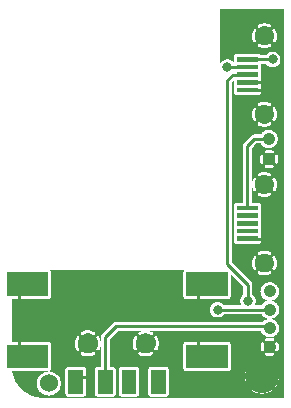
<source format=gbr>
G04 start of page 2 for group 0 idx 0 *
G04 Title: (unknown), top *
G04 Creator: pcb 4.2.0 *
G04 CreationDate: Thu Feb 27 09:31:51 2020 UTC *
G04 For: blinken *
G04 Format: Gerber/RS-274X *
G04 PCB-Dimensions (mm): 65.00 56.00 *
G04 PCB-Coordinate-Origin: lower left *
%MOMM*%
%FSLAX43Y43*%
%LNTOP*%
%ADD24C,1.300*%
%ADD23C,1.500*%
%ADD22C,0.965*%
%ADD21C,2.500*%
%ADD20C,0.654*%
%ADD19C,0.400*%
%ADD18C,1.524*%
%ADD17C,2.900*%
%ADD16C,1.054*%
%ADD15C,0.800*%
%ADD14C,1.600*%
%ADD13C,1.700*%
%ADD12C,0.254*%
%ADD11C,0.002*%
G54D11*G36*
X23078Y27975D02*X23134Y28040D01*
X23198Y28144D01*
X23245Y28258D01*
X23274Y28377D01*
X23281Y28500D01*
X23274Y28623D01*
X23245Y28742D01*
X23198Y28856D01*
X23134Y28960D01*
X23078Y29025D01*
Y29525D01*
X23134Y29590D01*
X23198Y29694D01*
X23245Y29808D01*
X23274Y29927D01*
X23281Y30050D01*
X23274Y30173D01*
X23245Y30292D01*
X23198Y30406D01*
X23134Y30510D01*
X23078Y30575D01*
Y31075D01*
X23134Y31140D01*
X23198Y31244D01*
X23245Y31358D01*
X23274Y31477D01*
X23281Y31600D01*
X23274Y31723D01*
X23245Y31842D01*
X23198Y31956D01*
X23134Y32060D01*
X23078Y32125D01*
Y33765D01*
X23095Y33853D01*
X23104Y33951D01*
Y34049D01*
X23095Y34147D01*
X23078Y34235D01*
Y40415D01*
X23095Y40503D01*
X23104Y40601D01*
Y40699D01*
X23095Y40797D01*
X23078Y40885D01*
Y42422D01*
X23082Y42423D01*
X23101Y42429D01*
X23119Y42438D01*
X23135Y42450D01*
X23150Y42464D01*
X23161Y42480D01*
X23170Y42498D01*
X23195Y42562D01*
X23213Y42629D01*
X23225Y42697D01*
X23231Y42766D01*
Y42834D01*
X23225Y42903D01*
X23213Y42971D01*
X23195Y43038D01*
X23171Y43102D01*
X23162Y43120D01*
X23150Y43136D01*
X23136Y43151D01*
X23119Y43162D01*
X23102Y43171D01*
X23082Y43177D01*
X23078Y43178D01*
Y44112D01*
X23098Y44144D01*
X23145Y44258D01*
X23174Y44377D01*
X23181Y44500D01*
X23174Y44623D01*
X23145Y44742D01*
X23098Y44856D01*
X23078Y44888D01*
Y46365D01*
X23095Y46453D01*
X23104Y46551D01*
Y46649D01*
X23095Y46747D01*
X23078Y46835D01*
Y50684D01*
X23136Y50719D01*
X23214Y50786D01*
X23281Y50864D01*
X23335Y50952D01*
X23374Y51047D01*
X23398Y51147D01*
X23404Y51250D01*
X23398Y51353D01*
X23374Y51453D01*
X23335Y51548D01*
X23281Y51636D01*
X23214Y51714D01*
X23136Y51781D01*
X23078Y51816D01*
Y53015D01*
X23095Y53103D01*
X23104Y53201D01*
Y53299D01*
X23095Y53397D01*
X23078Y53485D01*
Y55500D01*
X23700D01*
Y22550D01*
X23078D01*
Y23629D01*
X23146Y23740D01*
X23234Y23950D01*
X23287Y24172D01*
X23300Y24400D01*
X23287Y24628D01*
X23234Y24850D01*
X23146Y25060D01*
X23078Y25171D01*
Y26522D01*
X23093Y26520D01*
X23113Y26520D01*
X23132Y26523D01*
X23151Y26529D01*
X23169Y26538D01*
X23185Y26550D01*
X23200Y26564D01*
X23211Y26580D01*
X23220Y26598D01*
X23245Y26662D01*
X23263Y26729D01*
X23275Y26797D01*
X23281Y26866D01*
Y26934D01*
X23275Y27003D01*
X23263Y27071D01*
X23245Y27138D01*
X23221Y27202D01*
X23212Y27220D01*
X23200Y27236D01*
X23186Y27251D01*
X23169Y27262D01*
X23152Y27271D01*
X23132Y27277D01*
X23113Y27280D01*
X23093Y27280D01*
X23078Y27278D01*
Y27975D01*
G37*
G36*
Y22550D02*X22450D01*
Y23079D01*
X22510Y23104D01*
X22705Y23223D01*
X22879Y23371D01*
X23027Y23545D01*
X23078Y23629D01*
Y22550D01*
G37*
G36*
Y51816D02*X23048Y51835D01*
X22953Y51874D01*
X22853Y51898D01*
X22750Y51906D01*
X22647Y51898D01*
X22547Y51874D01*
X22452Y51835D01*
X22450Y51833D01*
Y52275D01*
X22479Y52286D01*
X22566Y52330D01*
X22583Y52341D01*
X22598Y52355D01*
X22610Y52370D01*
X22620Y52388D01*
X22627Y52407D01*
X22631Y52427D01*
X22632Y52447D01*
X22629Y52467D01*
X22624Y52486D01*
X22616Y52504D01*
X22604Y52521D01*
X22591Y52536D01*
X22575Y52548D01*
X22557Y52558D01*
X22538Y52565D01*
X22519Y52569D01*
X22499Y52570D01*
X22479Y52567D01*
X22459Y52562D01*
X22450Y52558D01*
Y53943D01*
X22459Y53939D01*
X22479Y53933D01*
X22499Y53931D01*
X22519Y53932D01*
X22538Y53936D01*
X22557Y53943D01*
X22574Y53952D01*
X22590Y53965D01*
X22604Y53979D01*
X22615Y53996D01*
X22623Y54014D01*
X22629Y54033D01*
X22631Y54053D01*
X22630Y54073D01*
X22626Y54093D01*
X22619Y54112D01*
X22610Y54129D01*
X22597Y54145D01*
X22583Y54158D01*
X22566Y54169D01*
X22479Y54214D01*
X22450Y54225D01*
Y55500D01*
X23078D01*
Y53485D01*
X23077Y53493D01*
X23050Y53587D01*
X23014Y53679D01*
X22970Y53766D01*
X22959Y53783D01*
X22945Y53798D01*
X22930Y53810D01*
X22912Y53820D01*
X22893Y53827D01*
X22873Y53831D01*
X22853Y53832D01*
X22833Y53829D01*
X22814Y53824D01*
X22796Y53816D01*
X22779Y53804D01*
X22764Y53791D01*
X22752Y53775D01*
X22742Y53757D01*
X22735Y53738D01*
X22731Y53719D01*
X22730Y53699D01*
X22733Y53679D01*
X22738Y53659D01*
X22747Y53641D01*
X22781Y53575D01*
X22808Y53506D01*
X22828Y53434D01*
X22842Y53361D01*
X22849Y53287D01*
Y53213D01*
X22842Y53139D01*
X22828Y53066D01*
X22808Y52994D01*
X22781Y52925D01*
X22748Y52858D01*
X22739Y52841D01*
X22733Y52821D01*
X22731Y52801D01*
X22732Y52781D01*
X22736Y52762D01*
X22743Y52743D01*
X22752Y52726D01*
X22765Y52710D01*
X22779Y52696D01*
X22796Y52685D01*
X22814Y52677D01*
X22833Y52671D01*
X22853Y52669D01*
X22873Y52670D01*
X22893Y52674D01*
X22912Y52681D01*
X22929Y52690D01*
X22945Y52703D01*
X22958Y52717D01*
X22969Y52734D01*
X23014Y52821D01*
X23050Y52913D01*
X23077Y53007D01*
X23078Y53015D01*
Y51816D01*
G37*
G36*
Y44888D02*X23034Y44960D01*
X22954Y45054D01*
X22860Y45134D01*
X22756Y45198D01*
X22642Y45245D01*
X22523Y45274D01*
X22450Y45279D01*
Y45625D01*
X22479Y45636D01*
X22566Y45680D01*
X22583Y45691D01*
X22598Y45705D01*
X22610Y45720D01*
X22620Y45738D01*
X22627Y45757D01*
X22631Y45777D01*
X22632Y45797D01*
X22629Y45817D01*
X22624Y45836D01*
X22616Y45854D01*
X22604Y45871D01*
X22591Y45886D01*
X22575Y45898D01*
X22557Y45908D01*
X22538Y45915D01*
X22519Y45919D01*
X22499Y45920D01*
X22479Y45917D01*
X22459Y45912D01*
X22450Y45908D01*
Y47293D01*
X22459Y47289D01*
X22479Y47283D01*
X22499Y47281D01*
X22519Y47282D01*
X22538Y47286D01*
X22557Y47293D01*
X22574Y47302D01*
X22590Y47315D01*
X22604Y47329D01*
X22615Y47346D01*
X22623Y47364D01*
X22629Y47383D01*
X22631Y47403D01*
X22630Y47423D01*
X22626Y47443D01*
X22619Y47462D01*
X22610Y47479D01*
X22597Y47495D01*
X22583Y47508D01*
X22566Y47519D01*
X22479Y47564D01*
X22450Y47575D01*
Y50667D01*
X22452Y50665D01*
X22547Y50626D01*
X22647Y50602D01*
X22750Y50594D01*
X22853Y50602D01*
X22953Y50626D01*
X23048Y50665D01*
X23078Y50684D01*
Y46835D01*
X23077Y46843D01*
X23050Y46937D01*
X23014Y47029D01*
X22970Y47116D01*
X22959Y47133D01*
X22945Y47148D01*
X22930Y47160D01*
X22912Y47170D01*
X22893Y47177D01*
X22873Y47181D01*
X22853Y47182D01*
X22833Y47179D01*
X22814Y47174D01*
X22796Y47166D01*
X22779Y47154D01*
X22764Y47141D01*
X22752Y47125D01*
X22742Y47107D01*
X22735Y47088D01*
X22731Y47069D01*
X22730Y47049D01*
X22733Y47029D01*
X22738Y47009D01*
X22747Y46991D01*
X22781Y46925D01*
X22808Y46856D01*
X22828Y46784D01*
X22842Y46711D01*
X22849Y46637D01*
Y46563D01*
X22842Y46489D01*
X22828Y46416D01*
X22808Y46344D01*
X22781Y46275D01*
X22748Y46208D01*
X22739Y46191D01*
X22733Y46171D01*
X22731Y46151D01*
X22732Y46131D01*
X22736Y46112D01*
X22743Y46093D01*
X22752Y46076D01*
X22765Y46060D01*
X22779Y46046D01*
X22796Y46035D01*
X22814Y46027D01*
X22833Y46021D01*
X22853Y46019D01*
X22873Y46020D01*
X22893Y46024D01*
X22912Y46031D01*
X22929Y46040D01*
X22945Y46053D01*
X22958Y46067D01*
X22969Y46084D01*
X23014Y46171D01*
X23050Y46263D01*
X23077Y46357D01*
X23078Y46365D01*
Y44888D01*
G37*
G36*
Y32125D02*X23054Y32154D01*
X22960Y32234D01*
X22856Y32298D01*
X22742Y32345D01*
X22623Y32374D01*
X22500Y32383D01*
X22450Y32379D01*
Y33025D01*
X22479Y33036D01*
X22566Y33080D01*
X22583Y33091D01*
X22598Y33105D01*
X22610Y33120D01*
X22620Y33138D01*
X22627Y33157D01*
X22631Y33177D01*
X22632Y33197D01*
X22629Y33217D01*
X22624Y33236D01*
X22616Y33254D01*
X22604Y33271D01*
X22591Y33286D01*
X22575Y33298D01*
X22557Y33308D01*
X22538Y33315D01*
X22519Y33319D01*
X22499Y33320D01*
X22479Y33317D01*
X22459Y33312D01*
X22450Y33308D01*
Y34693D01*
X22459Y34689D01*
X22479Y34683D01*
X22499Y34681D01*
X22519Y34682D01*
X22538Y34686D01*
X22557Y34693D01*
X22574Y34702D01*
X22590Y34715D01*
X22604Y34729D01*
X22615Y34746D01*
X22623Y34764D01*
X22629Y34783D01*
X22631Y34803D01*
X22630Y34823D01*
X22626Y34843D01*
X22619Y34862D01*
X22610Y34879D01*
X22597Y34895D01*
X22583Y34908D01*
X22566Y34919D01*
X22479Y34964D01*
X22450Y34975D01*
Y39675D01*
X22479Y39686D01*
X22566Y39730D01*
X22583Y39741D01*
X22598Y39755D01*
X22610Y39770D01*
X22620Y39788D01*
X22627Y39807D01*
X22631Y39827D01*
X22632Y39847D01*
X22629Y39867D01*
X22624Y39886D01*
X22616Y39904D01*
X22604Y39921D01*
X22591Y39936D01*
X22575Y39948D01*
X22557Y39958D01*
X22538Y39965D01*
X22519Y39969D01*
X22499Y39970D01*
X22479Y39967D01*
X22459Y39962D01*
X22450Y39958D01*
Y41343D01*
X22459Y41339D01*
X22479Y41333D01*
X22499Y41331D01*
X22519Y41332D01*
X22538Y41336D01*
X22557Y41343D01*
X22574Y41352D01*
X22590Y41365D01*
X22604Y41379D01*
X22615Y41396D01*
X22623Y41414D01*
X22629Y41433D01*
X22631Y41453D01*
X22630Y41473D01*
X22626Y41493D01*
X22619Y41512D01*
X22610Y41529D01*
X22597Y41545D01*
X22583Y41558D01*
X22566Y41569D01*
X22479Y41614D01*
X22450Y41625D01*
Y42019D01*
X22484D01*
X22553Y42025D01*
X22621Y42037D01*
X22688Y42055D01*
X22752Y42079D01*
X22770Y42088D01*
X22786Y42100D01*
X22800Y42114D01*
X22812Y42131D01*
X22821Y42148D01*
X22827Y42168D01*
X22830Y42187D01*
X22830Y42207D01*
X22827Y42227D01*
X22821Y42246D01*
X22812Y42264D01*
X22800Y42280D01*
X22786Y42294D01*
X22769Y42306D01*
X22751Y42315D01*
X22732Y42321D01*
X22712Y42324D01*
X22692Y42324D01*
X22672Y42321D01*
X22654Y42314D01*
X22610Y42298D01*
X22565Y42286D01*
X22520Y42278D01*
X22473Y42274D01*
X22450D01*
Y43326D01*
X22473D01*
X22520Y43322D01*
X22565Y43314D01*
X22610Y43302D01*
X22654Y43286D01*
X22673Y43279D01*
X22692Y43276D01*
X22712Y43276D01*
X22732Y43279D01*
X22751Y43285D01*
X22769Y43294D01*
X22785Y43306D01*
X22799Y43320D01*
X22811Y43336D01*
X22820Y43354D01*
X22827Y43373D01*
X22830Y43393D01*
X22830Y43413D01*
X22827Y43432D01*
X22821Y43451D01*
X22812Y43469D01*
X22800Y43485D01*
X22786Y43500D01*
X22770Y43511D01*
X22752Y43520D01*
X22688Y43545D01*
X22621Y43563D01*
X22553Y43575D01*
X22484Y43581D01*
X22450D01*
Y43721D01*
X22523Y43726D01*
X22642Y43755D01*
X22756Y43802D01*
X22860Y43866D01*
X22954Y43946D01*
X23034Y44040D01*
X23078Y44112D01*
Y43178D01*
X23063Y43180D01*
X23043Y43180D01*
X23023Y43177D01*
X23004Y43171D01*
X22986Y43162D01*
X22970Y43150D01*
X22956Y43136D01*
X22944Y43119D01*
X22935Y43101D01*
X22929Y43082D01*
X22926Y43062D01*
X22926Y43042D01*
X22929Y43022D01*
X22936Y43004D01*
X22952Y42960D01*
X22964Y42915D01*
X22972Y42870D01*
X22976Y42823D01*
Y42777D01*
X22972Y42730D01*
X22964Y42685D01*
X22952Y42640D01*
X22936Y42596D01*
X22929Y42577D01*
X22926Y42558D01*
X22926Y42538D01*
X22929Y42518D01*
X22935Y42499D01*
X22944Y42481D01*
X22956Y42465D01*
X22970Y42451D01*
X22986Y42439D01*
X23004Y42430D01*
X23023Y42423D01*
X23043Y42420D01*
X23063Y42420D01*
X23078Y42422D01*
Y40885D01*
X23077Y40893D01*
X23050Y40987D01*
X23014Y41079D01*
X22970Y41166D01*
X22959Y41183D01*
X22945Y41198D01*
X22930Y41210D01*
X22912Y41220D01*
X22893Y41227D01*
X22873Y41231D01*
X22853Y41232D01*
X22833Y41229D01*
X22814Y41224D01*
X22796Y41216D01*
X22779Y41204D01*
X22764Y41191D01*
X22752Y41175D01*
X22742Y41157D01*
X22735Y41138D01*
X22731Y41119D01*
X22730Y41099D01*
X22733Y41079D01*
X22738Y41059D01*
X22747Y41041D01*
X22781Y40975D01*
X22808Y40906D01*
X22828Y40834D01*
X22842Y40761D01*
X22849Y40687D01*
Y40613D01*
X22842Y40539D01*
X22828Y40466D01*
X22808Y40394D01*
X22781Y40325D01*
X22748Y40258D01*
X22739Y40241D01*
X22733Y40221D01*
X22731Y40201D01*
X22732Y40181D01*
X22736Y40162D01*
X22743Y40143D01*
X22752Y40126D01*
X22765Y40110D01*
X22779Y40096D01*
X22796Y40085D01*
X22814Y40077D01*
X22833Y40071D01*
X22853Y40069D01*
X22873Y40070D01*
X22893Y40074D01*
X22912Y40081D01*
X22929Y40090D01*
X22945Y40103D01*
X22958Y40117D01*
X22969Y40134D01*
X23014Y40221D01*
X23050Y40313D01*
X23077Y40407D01*
X23078Y40415D01*
Y34235D01*
X23077Y34243D01*
X23050Y34337D01*
X23014Y34429D01*
X22970Y34516D01*
X22959Y34533D01*
X22945Y34548D01*
X22930Y34560D01*
X22912Y34570D01*
X22893Y34577D01*
X22873Y34581D01*
X22853Y34582D01*
X22833Y34579D01*
X22814Y34574D01*
X22796Y34566D01*
X22779Y34554D01*
X22764Y34541D01*
X22752Y34525D01*
X22742Y34507D01*
X22735Y34488D01*
X22731Y34469D01*
X22730Y34449D01*
X22733Y34429D01*
X22738Y34409D01*
X22747Y34391D01*
X22781Y34325D01*
X22808Y34256D01*
X22828Y34184D01*
X22842Y34111D01*
X22849Y34037D01*
Y33963D01*
X22842Y33889D01*
X22828Y33816D01*
X22808Y33744D01*
X22781Y33675D01*
X22748Y33608D01*
X22739Y33591D01*
X22733Y33571D01*
X22731Y33551D01*
X22732Y33531D01*
X22736Y33512D01*
X22743Y33493D01*
X22752Y33476D01*
X22765Y33460D01*
X22779Y33446D01*
X22796Y33435D01*
X22814Y33427D01*
X22833Y33421D01*
X22853Y33419D01*
X22873Y33420D01*
X22893Y33424D01*
X22912Y33431D01*
X22929Y33440D01*
X22945Y33453D01*
X22958Y33467D01*
X22969Y33484D01*
X23014Y33571D01*
X23050Y33663D01*
X23077Y33757D01*
X23078Y33765D01*
Y32125D01*
G37*
G36*
Y30575D02*X23054Y30604D01*
X22960Y30684D01*
X22856Y30748D01*
X22742Y30795D01*
X22623Y30824D01*
X22607Y30825D01*
X22623Y30826D01*
X22742Y30855D01*
X22856Y30902D01*
X22960Y30966D01*
X23054Y31046D01*
X23078Y31075D01*
Y30575D01*
G37*
G36*
Y29025D02*X23054Y29054D01*
X22960Y29134D01*
X22856Y29198D01*
X22742Y29245D01*
X22623Y29274D01*
X22607Y29275D01*
X22623Y29276D01*
X22742Y29305D01*
X22856Y29352D01*
X22960Y29416D01*
X23054Y29496D01*
X23078Y29525D01*
Y29025D01*
G37*
G36*
X22450Y27721D02*X22500Y27717D01*
X22623Y27726D01*
X22742Y27755D01*
X22856Y27802D01*
X22960Y27866D01*
X23054Y27946D01*
X23078Y27975D01*
Y27278D01*
X23073Y27277D01*
X23054Y27271D01*
X23036Y27262D01*
X23020Y27250D01*
X23006Y27236D01*
X22994Y27219D01*
X22985Y27201D01*
X22979Y27182D01*
X22976Y27162D01*
X22976Y27142D01*
X22979Y27122D01*
X22986Y27104D01*
X23002Y27060D01*
X23014Y27015D01*
X23022Y26970D01*
X23026Y26923D01*
Y26877D01*
X23022Y26830D01*
X23014Y26785D01*
X23002Y26740D01*
X22986Y26696D01*
X22979Y26677D01*
X22976Y26658D01*
X22976Y26638D01*
X22979Y26618D01*
X22985Y26599D01*
X22994Y26581D01*
X23006Y26565D01*
X23020Y26551D01*
X23036Y26539D01*
X23054Y26530D01*
X23073Y26523D01*
X23078Y26522D01*
Y25171D01*
X23027Y25255D01*
X22879Y25429D01*
X22705Y25577D01*
X22510Y25696D01*
X22450Y25721D01*
Y26120D01*
X22466Y26119D01*
X22534D01*
X22603Y26125D01*
X22671Y26137D01*
X22738Y26155D01*
X22802Y26179D01*
X22820Y26188D01*
X22836Y26200D01*
X22850Y26214D01*
X22862Y26231D01*
X22871Y26248D01*
X22877Y26268D01*
X22880Y26287D01*
X22880Y26307D01*
X22877Y26327D01*
X22871Y26346D01*
X22862Y26364D01*
X22850Y26380D01*
X22836Y26394D01*
X22819Y26406D01*
X22801Y26415D01*
X22782Y26421D01*
X22762Y26424D01*
X22742Y26424D01*
X22722Y26421D01*
X22704Y26414D01*
X22660Y26398D01*
X22615Y26386D01*
X22570Y26378D01*
X22523Y26374D01*
X22477D01*
X22450Y26376D01*
Y27424D01*
X22477Y27426D01*
X22523D01*
X22570Y27422D01*
X22615Y27414D01*
X22660Y27402D01*
X22704Y27386D01*
X22723Y27379D01*
X22742Y27376D01*
X22762Y27376D01*
X22782Y27379D01*
X22801Y27385D01*
X22819Y27394D01*
X22835Y27406D01*
X22849Y27420D01*
X22861Y27436D01*
X22870Y27454D01*
X22877Y27473D01*
X22880Y27493D01*
X22880Y27513D01*
X22877Y27532D01*
X22871Y27551D01*
X22862Y27569D01*
X22850Y27585D01*
X22836Y27600D01*
X22820Y27611D01*
X22802Y27620D01*
X22738Y27645D01*
X22671Y27663D01*
X22603Y27675D01*
X22534Y27681D01*
X22466D01*
X22450Y27680D01*
Y27721D01*
G37*
G36*
Y51833D02*X22364Y51781D01*
X22286Y51714D01*
X22219Y51636D01*
X22216Y51631D01*
X21679D01*
X21650Y51656D01*
X21616Y51677D01*
X21579Y51692D01*
X21540Y51702D01*
X21500Y51704D01*
X21183Y51704D01*
Y52683D01*
X21188Y52680D01*
X21207Y52673D01*
X21227Y52669D01*
X21247Y52668D01*
X21267Y52671D01*
X21286Y52676D01*
X21304Y52684D01*
X21321Y52696D01*
X21336Y52709D01*
X21348Y52725D01*
X21358Y52743D01*
X21365Y52762D01*
X21369Y52781D01*
X21370Y52801D01*
X21367Y52821D01*
X21362Y52841D01*
X21353Y52859D01*
X21319Y52925D01*
X21292Y52994D01*
X21272Y53066D01*
X21258Y53139D01*
X21251Y53213D01*
Y53287D01*
X21258Y53361D01*
X21272Y53434D01*
X21292Y53506D01*
X21319Y53575D01*
X21352Y53642D01*
X21361Y53659D01*
X21367Y53679D01*
X21369Y53699D01*
X21368Y53719D01*
X21364Y53738D01*
X21357Y53757D01*
X21348Y53774D01*
X21335Y53790D01*
X21321Y53804D01*
X21304Y53815D01*
X21286Y53823D01*
X21267Y53829D01*
X21247Y53831D01*
X21227Y53830D01*
X21207Y53826D01*
X21188Y53819D01*
X21183Y53816D01*
Y55500D01*
X22450D01*
Y54225D01*
X22387Y54250D01*
X22293Y54277D01*
X22197Y54295D01*
X22099Y54304D01*
X22001D01*
X21903Y54295D01*
X21807Y54277D01*
X21713Y54250D01*
X21621Y54214D01*
X21534Y54170D01*
X21517Y54159D01*
X21502Y54145D01*
X21490Y54130D01*
X21480Y54112D01*
X21473Y54093D01*
X21469Y54073D01*
X21468Y54053D01*
X21471Y54033D01*
X21476Y54014D01*
X21484Y53996D01*
X21496Y53979D01*
X21509Y53964D01*
X21525Y53952D01*
X21543Y53942D01*
X21562Y53935D01*
X21581Y53931D01*
X21601Y53930D01*
X21621Y53933D01*
X21641Y53938D01*
X21659Y53947D01*
X21725Y53981D01*
X21794Y54008D01*
X21866Y54028D01*
X21939Y54042D01*
X22013Y54049D01*
X22087D01*
X22161Y54042D01*
X22234Y54028D01*
X22306Y54008D01*
X22375Y53981D01*
X22442Y53948D01*
X22450Y53943D01*
Y52558D01*
X22441Y52553D01*
X22375Y52519D01*
X22306Y52492D01*
X22234Y52472D01*
X22161Y52458D01*
X22087Y52451D01*
X22013D01*
X21939Y52458D01*
X21866Y52472D01*
X21794Y52492D01*
X21725Y52519D01*
X21658Y52552D01*
X21641Y52561D01*
X21621Y52567D01*
X21601Y52569D01*
X21581Y52568D01*
X21562Y52564D01*
X21543Y52557D01*
X21526Y52548D01*
X21510Y52535D01*
X21496Y52521D01*
X21485Y52504D01*
X21477Y52486D01*
X21471Y52467D01*
X21469Y52447D01*
X21470Y52427D01*
X21474Y52407D01*
X21481Y52388D01*
X21490Y52371D01*
X21503Y52355D01*
X21517Y52342D01*
X21534Y52331D01*
X21621Y52286D01*
X21713Y52250D01*
X21807Y52223D01*
X21903Y52205D01*
X22001Y52196D01*
X22099D01*
X22197Y52205D01*
X22293Y52223D01*
X22387Y52250D01*
X22450Y52275D01*
Y51833D01*
G37*
G36*
X21183Y51704D02*X19660Y51702D01*
X19621Y51692D01*
X19584Y51677D01*
X19550Y51656D01*
X19520Y51630D01*
X19494Y51600D01*
X19473Y51566D01*
X19458Y51529D01*
X19448Y51490D01*
X19446Y51450D01*
X19448Y51010D01*
X19455Y50981D01*
X19434D01*
X19431Y50986D01*
X19364Y51064D01*
X19286Y51131D01*
X19198Y51185D01*
X19103Y51224D01*
X19003Y51248D01*
X18900Y51256D01*
X18797Y51248D01*
X18697Y51224D01*
X18602Y51185D01*
X18514Y51131D01*
X18436Y51064D01*
X18369Y50986D01*
X18315Y50898D01*
X18300Y50860D01*
Y55500D01*
X21183D01*
Y53816D01*
X21171Y53810D01*
X21155Y53797D01*
X21142Y53783D01*
X21131Y53766D01*
X21086Y53679D01*
X21050Y53587D01*
X21023Y53493D01*
X21005Y53397D01*
X20996Y53299D01*
Y53201D01*
X21005Y53103D01*
X21023Y53007D01*
X21050Y52913D01*
X21086Y52821D01*
X21130Y52734D01*
X21141Y52717D01*
X21155Y52702D01*
X21170Y52690D01*
X21183Y52683D01*
Y51704D01*
G37*
G36*
X21822Y34766D02*X21866Y34778D01*
X21939Y34792D01*
X22013Y34799D01*
X22087D01*
X22161Y34792D01*
X22234Y34778D01*
X22306Y34758D01*
X22375Y34731D01*
X22442Y34698D01*
X22450Y34693D01*
Y33308D01*
X22441Y33303D01*
X22375Y33269D01*
X22306Y33242D01*
X22234Y33222D01*
X22161Y33208D01*
X22087Y33201D01*
X22013D01*
X21939Y33208D01*
X21866Y33222D01*
X21822Y33234D01*
Y34766D01*
G37*
G36*
Y39620D02*X21903Y39605D01*
X22001Y39596D01*
X22099D01*
X22197Y39605D01*
X22293Y39623D01*
X22387Y39650D01*
X22450Y39675D01*
Y34975D01*
X22387Y35000D01*
X22293Y35027D01*
X22197Y35045D01*
X22099Y35054D01*
X22001D01*
X21903Y35045D01*
X21822Y35030D01*
Y39620D01*
G37*
G36*
Y41416D02*X21866Y41428D01*
X21939Y41442D01*
X22013Y41449D01*
X22087D01*
X22161Y41442D01*
X22234Y41428D01*
X22306Y41408D01*
X22375Y41381D01*
X22442Y41348D01*
X22450Y41343D01*
Y39958D01*
X22441Y39953D01*
X22375Y39919D01*
X22306Y39892D01*
X22234Y39872D01*
X22161Y39858D01*
X22087Y39851D01*
X22013D01*
X21939Y39858D01*
X21866Y39872D01*
X21822Y39884D01*
Y41416D01*
G37*
G36*
Y43975D02*X21846Y43946D01*
X21940Y43866D01*
X22044Y43802D01*
X22158Y43755D01*
X22277Y43726D01*
X22400Y43717D01*
X22450Y43721D01*
Y43581D01*
X22416D01*
X22347Y43575D01*
X22279Y43563D01*
X22212Y43545D01*
X22148Y43521D01*
X22130Y43512D01*
X22114Y43500D01*
X22099Y43486D01*
X22088Y43469D01*
X22079Y43452D01*
X22073Y43432D01*
X22070Y43413D01*
X22070Y43393D01*
X22073Y43373D01*
X22079Y43354D01*
X22088Y43336D01*
X22100Y43320D01*
X22114Y43306D01*
X22131Y43294D01*
X22149Y43285D01*
X22168Y43279D01*
X22188Y43276D01*
X22208Y43276D01*
X22228Y43279D01*
X22246Y43286D01*
X22290Y43302D01*
X22335Y43314D01*
X22380Y43322D01*
X22427Y43326D01*
X22450D01*
Y42274D01*
X22427D01*
X22380Y42278D01*
X22335Y42286D01*
X22290Y42298D01*
X22246Y42314D01*
X22227Y42321D01*
X22208Y42324D01*
X22188Y42324D01*
X22168Y42321D01*
X22149Y42315D01*
X22131Y42306D01*
X22115Y42294D01*
X22101Y42280D01*
X22089Y42264D01*
X22080Y42246D01*
X22073Y42227D01*
X22070Y42207D01*
X22070Y42187D01*
X22073Y42168D01*
X22079Y42149D01*
X22088Y42131D01*
X22100Y42115D01*
X22114Y42100D01*
X22130Y42089D01*
X22148Y42080D01*
X22212Y42055D01*
X22279Y42037D01*
X22347Y42025D01*
X22416Y42019D01*
X22450D01*
Y41625D01*
X22387Y41650D01*
X22293Y41677D01*
X22197Y41695D01*
X22099Y41704D01*
X22001D01*
X21903Y41695D01*
X21822Y41680D01*
Y42422D01*
X21837Y42420D01*
X21857Y42420D01*
X21877Y42423D01*
X21896Y42429D01*
X21914Y42438D01*
X21930Y42450D01*
X21944Y42464D01*
X21956Y42481D01*
X21965Y42499D01*
X21971Y42518D01*
X21974Y42538D01*
X21974Y42558D01*
X21971Y42578D01*
X21964Y42596D01*
X21948Y42640D01*
X21936Y42685D01*
X21928Y42730D01*
X21924Y42777D01*
Y42823D01*
X21928Y42870D01*
X21936Y42915D01*
X21948Y42960D01*
X21964Y43004D01*
X21971Y43023D01*
X21974Y43042D01*
X21974Y43062D01*
X21971Y43082D01*
X21965Y43101D01*
X21956Y43119D01*
X21944Y43135D01*
X21930Y43149D01*
X21914Y43161D01*
X21896Y43170D01*
X21877Y43177D01*
X21857Y43180D01*
X21837Y43180D01*
X21822Y43178D01*
Y43975D01*
G37*
G36*
Y45570D02*X21903Y45555D01*
X22001Y45546D01*
X22099D01*
X22197Y45555D01*
X22293Y45573D01*
X22387Y45600D01*
X22450Y45625D01*
Y45279D01*
X22400Y45283D01*
X22277Y45274D01*
X22158Y45245D01*
X22044Y45198D01*
X21940Y45134D01*
X21846Y45054D01*
X21822Y45025D01*
Y45570D01*
G37*
G36*
Y47366D02*X21866Y47378D01*
X21939Y47392D01*
X22013Y47399D01*
X22087D01*
X22161Y47392D01*
X22234Y47378D01*
X22306Y47358D01*
X22375Y47331D01*
X22442Y47298D01*
X22450Y47293D01*
Y45908D01*
X22441Y45903D01*
X22375Y45869D01*
X22306Y45842D01*
X22234Y45822D01*
X22161Y45808D01*
X22087Y45801D01*
X22013D01*
X21939Y45808D01*
X21866Y45822D01*
X21822Y45834D01*
Y47366D01*
G37*
G36*
Y50869D02*X22216D01*
X22219Y50864D01*
X22286Y50786D01*
X22364Y50719D01*
X22450Y50667D01*
Y47575D01*
X22387Y47600D01*
X22293Y47627D01*
X22197Y47645D01*
X22099Y47654D01*
X22001D01*
X21903Y47645D01*
X21822Y47630D01*
Y50869D01*
G37*
G36*
Y31212D02*X21866Y31140D01*
X21946Y31046D01*
X22040Y30966D01*
X22144Y30902D01*
X22258Y30855D01*
X22377Y30826D01*
X22393Y30825D01*
X22377Y30824D01*
X22258Y30795D01*
X22144Y30748D01*
X22040Y30684D01*
X21946Y30604D01*
X21866Y30510D01*
X21822Y30438D01*
Y31212D01*
G37*
G36*
X22450Y32379D02*X22377Y32374D01*
X22258Y32345D01*
X22144Y32298D01*
X22040Y32234D01*
X21946Y32154D01*
X21866Y32060D01*
X21822Y31988D01*
Y32970D01*
X21903Y32955D01*
X22001Y32946D01*
X22099D01*
X22197Y32955D01*
X22293Y32973D01*
X22387Y33000D01*
X22450Y33025D01*
Y32379D01*
G37*
G36*
X21183Y48198D02*X21540Y48198D01*
X21579Y48208D01*
X21616Y48223D01*
X21650Y48244D01*
X21680Y48270D01*
X21706Y48300D01*
X21727Y48334D01*
X21742Y48371D01*
X21752Y48410D01*
X21754Y48450D01*
X21752Y48890D01*
X21742Y48929D01*
X21727Y48966D01*
X21721Y48975D01*
X21727Y48984D01*
X21742Y49021D01*
X21752Y49060D01*
X21754Y49100D01*
X21752Y49540D01*
X21742Y49579D01*
X21727Y49616D01*
X21721Y49625D01*
X21727Y49634D01*
X21742Y49671D01*
X21752Y49710D01*
X21754Y49750D01*
X21752Y50190D01*
X21742Y50229D01*
X21727Y50266D01*
X21721Y50275D01*
X21727Y50284D01*
X21742Y50321D01*
X21752Y50360D01*
X21754Y50400D01*
X21752Y50840D01*
X21745Y50869D01*
X21822D01*
Y47630D01*
X21807Y47627D01*
X21713Y47600D01*
X21621Y47564D01*
X21534Y47520D01*
X21517Y47509D01*
X21502Y47495D01*
X21490Y47480D01*
X21480Y47462D01*
X21473Y47443D01*
X21469Y47423D01*
X21468Y47403D01*
X21471Y47383D01*
X21476Y47364D01*
X21484Y47346D01*
X21496Y47329D01*
X21509Y47314D01*
X21525Y47302D01*
X21543Y47292D01*
X21562Y47285D01*
X21581Y47281D01*
X21601Y47280D01*
X21621Y47283D01*
X21641Y47288D01*
X21659Y47297D01*
X21725Y47331D01*
X21794Y47358D01*
X21822Y47366D01*
Y45834D01*
X21794Y45842D01*
X21725Y45869D01*
X21658Y45902D01*
X21641Y45911D01*
X21621Y45917D01*
X21601Y45919D01*
X21581Y45918D01*
X21562Y45914D01*
X21543Y45907D01*
X21526Y45898D01*
X21510Y45885D01*
X21496Y45871D01*
X21485Y45854D01*
X21477Y45836D01*
X21471Y45817D01*
X21469Y45797D01*
X21470Y45777D01*
X21474Y45757D01*
X21481Y45738D01*
X21490Y45721D01*
X21503Y45705D01*
X21517Y45692D01*
X21534Y45681D01*
X21621Y45636D01*
X21713Y45600D01*
X21807Y45573D01*
X21822Y45570D01*
Y45025D01*
X21766Y44960D01*
X21718Y44881D01*
X21215D01*
X21200Y44882D01*
X21183Y44881D01*
Y46033D01*
X21188Y46030D01*
X21207Y46023D01*
X21227Y46019D01*
X21247Y46018D01*
X21267Y46021D01*
X21286Y46026D01*
X21304Y46034D01*
X21321Y46046D01*
X21336Y46059D01*
X21348Y46075D01*
X21358Y46093D01*
X21365Y46112D01*
X21369Y46131D01*
X21370Y46151D01*
X21367Y46171D01*
X21362Y46191D01*
X21353Y46209D01*
X21319Y46275D01*
X21292Y46344D01*
X21272Y46416D01*
X21258Y46489D01*
X21251Y46563D01*
Y46637D01*
X21258Y46711D01*
X21272Y46784D01*
X21292Y46856D01*
X21319Y46925D01*
X21352Y46992D01*
X21361Y47009D01*
X21367Y47029D01*
X21369Y47049D01*
X21368Y47069D01*
X21364Y47088D01*
X21357Y47107D01*
X21348Y47124D01*
X21335Y47140D01*
X21321Y47154D01*
X21304Y47165D01*
X21286Y47173D01*
X21267Y47179D01*
X21247Y47181D01*
X21227Y47180D01*
X21207Y47176D01*
X21188Y47169D01*
X21183Y47166D01*
Y48198D01*
G37*
G36*
X21822Y31988D02*X21802Y31956D01*
X21755Y31842D01*
X21726Y31723D01*
X21717Y31600D01*
X21726Y31477D01*
X21755Y31358D01*
X21802Y31244D01*
X21822Y31212D01*
Y30438D01*
X21818Y30431D01*
X21191D01*
X21235Y30502D01*
X21274Y30597D01*
X21298Y30697D01*
X21304Y30800D01*
X21298Y30903D01*
X21274Y31003D01*
X21235Y31098D01*
X21183Y31182D01*
Y33433D01*
X21188Y33430D01*
X21207Y33423D01*
X21227Y33419D01*
X21247Y33418D01*
X21267Y33421D01*
X21286Y33426D01*
X21304Y33434D01*
X21321Y33446D01*
X21336Y33459D01*
X21348Y33475D01*
X21358Y33493D01*
X21365Y33512D01*
X21369Y33531D01*
X21370Y33551D01*
X21367Y33571D01*
X21362Y33591D01*
X21353Y33609D01*
X21319Y33675D01*
X21292Y33744D01*
X21272Y33816D01*
X21258Y33889D01*
X21251Y33963D01*
Y34037D01*
X21258Y34111D01*
X21272Y34184D01*
X21292Y34256D01*
X21319Y34325D01*
X21352Y34392D01*
X21361Y34409D01*
X21367Y34429D01*
X21369Y34449D01*
X21368Y34469D01*
X21364Y34488D01*
X21357Y34507D01*
X21348Y34524D01*
X21335Y34540D01*
X21321Y34554D01*
X21304Y34565D01*
X21286Y34573D01*
X21267Y34579D01*
X21247Y34581D01*
X21227Y34580D01*
X21207Y34576D01*
X21188Y34569D01*
X21183Y34566D01*
Y35598D01*
X21540Y35598D01*
X21579Y35608D01*
X21616Y35623D01*
X21650Y35644D01*
X21680Y35670D01*
X21706Y35700D01*
X21727Y35734D01*
X21742Y35771D01*
X21752Y35810D01*
X21754Y35850D01*
X21752Y36290D01*
X21742Y36329D01*
X21727Y36366D01*
X21721Y36375D01*
X21727Y36384D01*
X21742Y36421D01*
X21752Y36460D01*
X21754Y36500D01*
X21752Y36940D01*
X21742Y36979D01*
X21727Y37016D01*
X21721Y37025D01*
X21727Y37034D01*
X21742Y37071D01*
X21752Y37110D01*
X21754Y37150D01*
X21752Y37590D01*
X21742Y37629D01*
X21727Y37666D01*
X21721Y37675D01*
X21727Y37684D01*
X21742Y37721D01*
X21752Y37760D01*
X21754Y37800D01*
X21752Y38240D01*
X21742Y38279D01*
X21727Y38316D01*
X21721Y38325D01*
X21727Y38334D01*
X21742Y38371D01*
X21752Y38410D01*
X21754Y38450D01*
X21752Y38890D01*
X21742Y38929D01*
X21727Y38966D01*
X21706Y39000D01*
X21680Y39030D01*
X21650Y39056D01*
X21616Y39077D01*
X21579Y39092D01*
X21540Y39102D01*
X21500Y39104D01*
X21183Y39104D01*
Y40083D01*
X21188Y40080D01*
X21207Y40073D01*
X21227Y40069D01*
X21247Y40068D01*
X21267Y40071D01*
X21286Y40076D01*
X21304Y40084D01*
X21321Y40096D01*
X21336Y40109D01*
X21348Y40125D01*
X21358Y40143D01*
X21365Y40162D01*
X21369Y40181D01*
X21370Y40201D01*
X21367Y40221D01*
X21362Y40241D01*
X21353Y40259D01*
X21319Y40325D01*
X21292Y40394D01*
X21272Y40466D01*
X21258Y40539D01*
X21251Y40613D01*
Y40687D01*
X21258Y40761D01*
X21272Y40834D01*
X21292Y40906D01*
X21319Y40975D01*
X21352Y41042D01*
X21361Y41059D01*
X21367Y41079D01*
X21369Y41099D01*
X21368Y41119D01*
X21364Y41138D01*
X21357Y41157D01*
X21348Y41174D01*
X21335Y41190D01*
X21321Y41204D01*
X21304Y41215D01*
X21286Y41223D01*
X21267Y41229D01*
X21247Y41231D01*
X21227Y41230D01*
X21207Y41226D01*
X21188Y41219D01*
X21183Y41216D01*
Y43944D01*
X21358Y44119D01*
X21718D01*
X21766Y44040D01*
X21822Y43975D01*
Y43178D01*
X21818Y43177D01*
X21799Y43171D01*
X21781Y43162D01*
X21765Y43150D01*
X21750Y43136D01*
X21739Y43120D01*
X21730Y43102D01*
X21705Y43038D01*
X21687Y42971D01*
X21675Y42903D01*
X21669Y42834D01*
Y42766D01*
X21675Y42697D01*
X21687Y42629D01*
X21705Y42562D01*
X21729Y42498D01*
X21738Y42480D01*
X21750Y42464D01*
X21764Y42450D01*
X21781Y42438D01*
X21798Y42429D01*
X21818Y42423D01*
X21822Y42422D01*
Y41680D01*
X21807Y41677D01*
X21713Y41650D01*
X21621Y41614D01*
X21534Y41570D01*
X21517Y41559D01*
X21502Y41545D01*
X21490Y41530D01*
X21480Y41512D01*
X21473Y41493D01*
X21469Y41473D01*
X21468Y41453D01*
X21471Y41433D01*
X21476Y41414D01*
X21484Y41396D01*
X21496Y41379D01*
X21509Y41364D01*
X21525Y41352D01*
X21543Y41342D01*
X21562Y41335D01*
X21581Y41331D01*
X21601Y41330D01*
X21621Y41333D01*
X21641Y41338D01*
X21659Y41347D01*
X21725Y41381D01*
X21794Y41408D01*
X21822Y41416D01*
Y39884D01*
X21794Y39892D01*
X21725Y39919D01*
X21658Y39952D01*
X21641Y39961D01*
X21621Y39967D01*
X21601Y39969D01*
X21581Y39968D01*
X21562Y39964D01*
X21543Y39957D01*
X21526Y39948D01*
X21510Y39935D01*
X21496Y39921D01*
X21485Y39904D01*
X21477Y39886D01*
X21471Y39867D01*
X21469Y39847D01*
X21470Y39827D01*
X21474Y39807D01*
X21481Y39788D01*
X21490Y39771D01*
X21503Y39755D01*
X21517Y39742D01*
X21534Y39731D01*
X21621Y39686D01*
X21713Y39650D01*
X21807Y39623D01*
X21822Y39620D01*
Y35030D01*
X21807Y35027D01*
X21713Y35000D01*
X21621Y34964D01*
X21534Y34920D01*
X21517Y34909D01*
X21502Y34895D01*
X21490Y34880D01*
X21480Y34862D01*
X21473Y34843D01*
X21469Y34823D01*
X21468Y34803D01*
X21471Y34783D01*
X21476Y34764D01*
X21484Y34746D01*
X21496Y34729D01*
X21509Y34714D01*
X21525Y34702D01*
X21543Y34692D01*
X21562Y34685D01*
X21581Y34681D01*
X21601Y34680D01*
X21621Y34683D01*
X21641Y34688D01*
X21659Y34697D01*
X21725Y34731D01*
X21794Y34758D01*
X21822Y34766D01*
Y33234D01*
X21794Y33242D01*
X21725Y33269D01*
X21658Y33302D01*
X21641Y33311D01*
X21621Y33317D01*
X21601Y33319D01*
X21581Y33318D01*
X21562Y33314D01*
X21543Y33307D01*
X21526Y33298D01*
X21510Y33285D01*
X21496Y33271D01*
X21485Y33254D01*
X21477Y33236D01*
X21471Y33217D01*
X21469Y33197D01*
X21470Y33177D01*
X21474Y33157D01*
X21481Y33138D01*
X21490Y33121D01*
X21503Y33105D01*
X21517Y33092D01*
X21534Y33081D01*
X21621Y33036D01*
X21713Y33000D01*
X21807Y32973D01*
X21822Y32970D01*
Y31988D01*
G37*
G36*
X21183Y39104D02*X20981Y39103D01*
Y43742D01*
X21183Y43944D01*
Y41216D01*
X21171Y41210D01*
X21155Y41197D01*
X21142Y41183D01*
X21131Y41166D01*
X21086Y41079D01*
X21050Y40987D01*
X21023Y40893D01*
X21005Y40797D01*
X20996Y40699D01*
Y40601D01*
X21005Y40503D01*
X21023Y40407D01*
X21050Y40313D01*
X21086Y40221D01*
X21130Y40134D01*
X21141Y40117D01*
X21155Y40102D01*
X21170Y40090D01*
X21183Y40083D01*
Y39104D01*
G37*
G36*
Y31182D02*X21181Y31186D01*
X21114Y31264D01*
X21036Y31331D01*
X21031Y31334D01*
Y32135D01*
X21032Y32150D01*
X21027Y32210D01*
X21013Y32268D01*
X20991Y32324D01*
X20959Y32375D01*
X20920Y32420D01*
X20909Y32430D01*
X19281Y34058D01*
Y49342D01*
X19446Y49508D01*
X19446Y49500D01*
X19448Y49060D01*
X19458Y49021D01*
X19473Y48984D01*
X19479Y48975D01*
X19473Y48966D01*
X19458Y48929D01*
X19448Y48890D01*
X19446Y48850D01*
X19448Y48410D01*
X19458Y48371D01*
X19473Y48334D01*
X19494Y48300D01*
X19520Y48270D01*
X19550Y48244D01*
X19584Y48223D01*
X19621Y48208D01*
X19660Y48198D01*
X19700Y48196D01*
X21183Y48198D01*
Y47166D01*
X21171Y47160D01*
X21155Y47147D01*
X21142Y47133D01*
X21131Y47116D01*
X21086Y47029D01*
X21050Y46937D01*
X21023Y46843D01*
X21005Y46747D01*
X20996Y46649D01*
Y46551D01*
X21005Y46453D01*
X21023Y46357D01*
X21050Y46263D01*
X21086Y46171D01*
X21130Y46084D01*
X21141Y46067D01*
X21155Y46052D01*
X21170Y46040D01*
X21183Y46033D01*
Y44881D01*
X21140Y44877D01*
X21082Y44863D01*
X21026Y44841D01*
X20975Y44809D01*
X20975Y44809D01*
X20930Y44770D01*
X20920Y44759D01*
X20341Y44180D01*
X20330Y44170D01*
X20291Y44125D01*
X20259Y44074D01*
X20237Y44018D01*
X20223Y43960D01*
X20223Y43960D01*
X20218Y43900D01*
X20219Y43885D01*
Y39102D01*
X19660Y39102D01*
X19621Y39092D01*
X19584Y39077D01*
X19550Y39056D01*
X19520Y39030D01*
X19494Y39000D01*
X19473Y38966D01*
X19458Y38929D01*
X19448Y38890D01*
X19446Y38850D01*
X19448Y38410D01*
X19458Y38371D01*
X19473Y38334D01*
X19479Y38325D01*
X19473Y38316D01*
X19458Y38279D01*
X19448Y38240D01*
X19446Y38200D01*
X19448Y37760D01*
X19458Y37721D01*
X19473Y37684D01*
X19479Y37675D01*
X19473Y37666D01*
X19458Y37629D01*
X19448Y37590D01*
X19446Y37550D01*
X19448Y37110D01*
X19458Y37071D01*
X19473Y37034D01*
X19479Y37025D01*
X19473Y37016D01*
X19458Y36979D01*
X19448Y36940D01*
X19446Y36900D01*
X19448Y36460D01*
X19458Y36421D01*
X19473Y36384D01*
X19479Y36375D01*
X19473Y36366D01*
X19458Y36329D01*
X19448Y36290D01*
X19446Y36250D01*
X19448Y35810D01*
X19458Y35771D01*
X19473Y35734D01*
X19494Y35700D01*
X19520Y35670D01*
X19550Y35644D01*
X19584Y35623D01*
X19621Y35608D01*
X19660Y35598D01*
X19700Y35596D01*
X21183Y35598D01*
Y34566D01*
X21171Y34560D01*
X21155Y34547D01*
X21142Y34533D01*
X21131Y34516D01*
X21086Y34429D01*
X21050Y34337D01*
X21023Y34243D01*
X21005Y34147D01*
X20996Y34049D01*
Y33951D01*
X21005Y33853D01*
X21023Y33757D01*
X21050Y33663D01*
X21086Y33571D01*
X21130Y33484D01*
X21141Y33467D01*
X21155Y33452D01*
X21170Y33440D01*
X21183Y33433D01*
Y31182D01*
G37*
G36*
X17200Y30947D02*X18990Y30948D01*
X19029Y30958D01*
X19066Y30973D01*
X19100Y30994D01*
X19130Y31020D01*
X19156Y31050D01*
X19177Y31084D01*
X19192Y31121D01*
X19202Y31160D01*
X19204Y31200D01*
X19202Y33059D01*
X20269Y31992D01*
Y31334D01*
X20264Y31331D01*
X20186Y31264D01*
X20119Y31186D01*
X20065Y31098D01*
X20026Y31003D01*
X20002Y30903D01*
X19994Y30800D01*
X20002Y30697D01*
X20026Y30597D01*
X20065Y30502D01*
X20109Y30431D01*
X18634D01*
X18631Y30436D01*
X18564Y30514D01*
X18486Y30581D01*
X18398Y30635D01*
X18303Y30674D01*
X18203Y30698D01*
X18100Y30706D01*
X17997Y30698D01*
X17897Y30674D01*
X17802Y30635D01*
X17714Y30581D01*
X17636Y30514D01*
X17569Y30436D01*
X17515Y30348D01*
X17476Y30253D01*
X17452Y30153D01*
X17444Y30050D01*
X17452Y29947D01*
X17476Y29847D01*
X17515Y29752D01*
X17569Y29664D01*
X17636Y29586D01*
X17714Y29519D01*
X17802Y29465D01*
X17897Y29426D01*
X17997Y29402D01*
X18100Y29394D01*
X18203Y29402D01*
X18303Y29426D01*
X18398Y29465D01*
X18486Y29519D01*
X18564Y29586D01*
X18631Y29664D01*
X18634Y29669D01*
X21818D01*
X21866Y29590D01*
X21946Y29496D01*
X22040Y29416D01*
X22144Y29352D01*
X22258Y29305D01*
X22377Y29276D01*
X22393Y29275D01*
X22377Y29274D01*
X22258Y29245D01*
X22144Y29198D01*
X22040Y29134D01*
X21946Y29054D01*
X21926Y29031D01*
X17200D01*
Y30947D01*
G37*
G36*
X21872Y22947D02*X22078Y22963D01*
X22300Y23016D01*
X22450Y23079D01*
Y22550D01*
X21872D01*
Y22947D01*
G37*
G36*
Y28033D02*X21946Y27946D01*
X22040Y27866D01*
X22144Y27802D01*
X22258Y27755D01*
X22377Y27726D01*
X22450Y27721D01*
Y27680D01*
X22397Y27675D01*
X22329Y27663D01*
X22262Y27645D01*
X22198Y27621D01*
X22180Y27612D01*
X22164Y27600D01*
X22149Y27586D01*
X22138Y27569D01*
X22129Y27552D01*
X22123Y27532D01*
X22120Y27513D01*
X22120Y27493D01*
X22123Y27473D01*
X22129Y27454D01*
X22138Y27436D01*
X22150Y27420D01*
X22164Y27406D01*
X22181Y27394D01*
X22199Y27385D01*
X22218Y27379D01*
X22238Y27376D01*
X22258Y27376D01*
X22278Y27379D01*
X22296Y27386D01*
X22340Y27402D01*
X22385Y27414D01*
X22430Y27422D01*
X22450Y27424D01*
Y26376D01*
X22430Y26378D01*
X22385Y26386D01*
X22340Y26398D01*
X22296Y26414D01*
X22277Y26421D01*
X22258Y26424D01*
X22238Y26424D01*
X22218Y26421D01*
X22199Y26415D01*
X22181Y26406D01*
X22165Y26394D01*
X22151Y26380D01*
X22139Y26364D01*
X22130Y26346D01*
X22123Y26327D01*
X22120Y26307D01*
X22120Y26287D01*
X22123Y26268D01*
X22129Y26249D01*
X22138Y26231D01*
X22150Y26215D01*
X22164Y26200D01*
X22180Y26189D01*
X22198Y26180D01*
X22262Y26155D01*
X22329Y26137D01*
X22397Y26125D01*
X22450Y26120D01*
Y25721D01*
X22300Y25784D01*
X22078Y25837D01*
X21872Y25853D01*
Y26522D01*
X21887Y26520D01*
X21907Y26520D01*
X21927Y26523D01*
X21946Y26529D01*
X21964Y26538D01*
X21980Y26550D01*
X21994Y26564D01*
X22006Y26581D01*
X22015Y26599D01*
X22021Y26618D01*
X22024Y26638D01*
X22024Y26658D01*
X22021Y26678D01*
X22014Y26696D01*
X21998Y26740D01*
X21986Y26785D01*
X21978Y26830D01*
X21974Y26877D01*
Y26923D01*
X21978Y26970D01*
X21986Y27015D01*
X21998Y27060D01*
X22014Y27104D01*
X22021Y27123D01*
X22024Y27142D01*
X22024Y27162D01*
X22021Y27182D01*
X22015Y27201D01*
X22006Y27219D01*
X21994Y27235D01*
X21980Y27249D01*
X21964Y27261D01*
X21946Y27270D01*
X21927Y27277D01*
X21907Y27280D01*
X21887Y27280D01*
X21872Y27278D01*
Y28033D01*
G37*
G36*
X17200Y28269D02*X21752D01*
X21755Y28258D01*
X21802Y28144D01*
X21866Y28040D01*
X21872Y28033D01*
Y27278D01*
X21868Y27277D01*
X21849Y27271D01*
X21831Y27262D01*
X21815Y27250D01*
X21800Y27236D01*
X21789Y27220D01*
X21780Y27202D01*
X21755Y27138D01*
X21737Y27071D01*
X21725Y27003D01*
X21719Y26934D01*
Y26866D01*
X21725Y26797D01*
X21737Y26729D01*
X21755Y26662D01*
X21779Y26598D01*
X21788Y26580D01*
X21800Y26564D01*
X21814Y26550D01*
X21831Y26538D01*
X21848Y26529D01*
X21868Y26523D01*
X21872Y26522D01*
Y25853D01*
X21850Y25855D01*
X21622Y25837D01*
X21400Y25784D01*
X21190Y25696D01*
X20995Y25577D01*
X20821Y25429D01*
X20673Y25255D01*
X20554Y25060D01*
X20466Y24850D01*
X20413Y24628D01*
X20395Y24400D01*
X20413Y24172D01*
X20466Y23950D01*
X20554Y23740D01*
X20673Y23545D01*
X20821Y23371D01*
X20995Y23223D01*
X21190Y23104D01*
X21400Y23016D01*
X21622Y22963D01*
X21850Y22945D01*
X21872Y22947D01*
Y22550D01*
X17200D01*
Y24847D01*
X18990Y24848D01*
X19029Y24858D01*
X19066Y24873D01*
X19100Y24894D01*
X19130Y24920D01*
X19156Y24950D01*
X19177Y24984D01*
X19192Y25021D01*
X19202Y25060D01*
X19204Y25100D01*
X19202Y27140D01*
X19192Y27179D01*
X19177Y27216D01*
X19156Y27250D01*
X19130Y27280D01*
X19100Y27306D01*
X19066Y27327D01*
X19029Y27342D01*
X18990Y27352D01*
X18950Y27354D01*
X17200Y27353D01*
Y28269D01*
G37*
G36*
X13075Y33450D02*X15403D01*
X15371Y33442D01*
X15334Y33427D01*
X15300Y33406D01*
X15270Y33380D01*
X15244Y33350D01*
X15223Y33316D01*
X15208Y33279D01*
X15198Y33240D01*
X15196Y33200D01*
X15198Y31160D01*
X15208Y31121D01*
X15223Y31084D01*
X15244Y31050D01*
X15270Y31020D01*
X15300Y30994D01*
X15334Y30973D01*
X15371Y30958D01*
X15410Y30948D01*
X15450Y30946D01*
X17200Y30947D01*
Y29031D01*
X13075D01*
Y33450D01*
G37*
G36*
Y28269D02*X17200D01*
Y27353D01*
X15410Y27352D01*
X15371Y27342D01*
X15334Y27327D01*
X15300Y27306D01*
X15270Y27280D01*
X15244Y27250D01*
X15223Y27216D01*
X15208Y27179D01*
X15198Y27140D01*
X15196Y27100D01*
X15198Y25060D01*
X15208Y25021D01*
X15223Y24984D01*
X15244Y24950D01*
X15270Y24920D01*
X15300Y24894D01*
X15334Y24873D01*
X15371Y24858D01*
X15410Y24848D01*
X15450Y24846D01*
X17200Y24847D01*
Y22550D01*
X13075D01*
Y22697D01*
X13740Y22698D01*
X13779Y22708D01*
X13816Y22723D01*
X13850Y22744D01*
X13880Y22770D01*
X13906Y22800D01*
X13927Y22834D01*
X13942Y22871D01*
X13952Y22910D01*
X13954Y22950D01*
X13952Y24990D01*
X13942Y25029D01*
X13927Y25066D01*
X13906Y25100D01*
X13880Y25130D01*
X13850Y25156D01*
X13816Y25177D01*
X13779Y25192D01*
X13740Y25202D01*
X13700Y25204D01*
X13075Y25203D01*
Y26948D01*
X13088Y27007D01*
X13101Y27103D01*
X13105Y27200D01*
X13101Y27297D01*
X13088Y27393D01*
X13075Y27452D01*
Y28269D01*
G37*
G36*
X10575Y33450D02*X13075D01*
Y29031D01*
X10575D01*
Y33450D01*
G37*
G36*
X12000Y28050D02*X12074Y28047D01*
X12148Y28037D01*
X12221Y28021D01*
X12292Y27998D01*
X12360Y27970D01*
X12426Y27935D01*
X12444Y27926D01*
X12463Y27921D01*
X12483Y27918D01*
X12503Y27918D01*
X12523Y27922D01*
X12542Y27929D01*
X12559Y27938D01*
X12575Y27950D01*
X12589Y27965D01*
X12600Y27981D01*
X12609Y27999D01*
X12615Y28019D01*
X12617Y28038D01*
X12617Y28058D01*
X12613Y28078D01*
X12607Y28097D01*
X12597Y28114D01*
X12585Y28130D01*
X12570Y28144D01*
X12554Y28155D01*
X12469Y28201D01*
X12379Y28238D01*
X12287Y28267D01*
X12279Y28269D01*
X13075D01*
Y27452D01*
X13067Y27487D01*
X13038Y27579D01*
X13001Y27669D01*
X12956Y27754D01*
X12945Y27771D01*
X12931Y27785D01*
X12915Y27798D01*
X12897Y27807D01*
X12878Y27814D01*
X12858Y27818D01*
X12838Y27818D01*
X12818Y27815D01*
X12799Y27810D01*
X12781Y27801D01*
X12764Y27790D01*
X12750Y27776D01*
X12738Y27760D01*
X12728Y27742D01*
X12721Y27723D01*
X12718Y27703D01*
X12717Y27683D01*
X12720Y27663D01*
X12726Y27644D01*
X12735Y27626D01*
X12770Y27560D01*
X12798Y27492D01*
X12821Y27421D01*
X12837Y27348D01*
X12847Y27274D01*
X12850Y27200D01*
X12847Y27126D01*
X12837Y27052D01*
X12821Y26979D01*
X12798Y26908D01*
X12770Y26840D01*
X12735Y26774D01*
X12726Y26756D01*
X12721Y26737D01*
X12718Y26717D01*
X12718Y26697D01*
X12722Y26677D01*
X12729Y26658D01*
X12738Y26641D01*
X12750Y26625D01*
X12765Y26611D01*
X12781Y26600D01*
X12799Y26591D01*
X12819Y26585D01*
X12838Y26583D01*
X12858Y26583D01*
X12878Y26587D01*
X12897Y26593D01*
X12914Y26603D01*
X12930Y26615D01*
X12944Y26630D01*
X12955Y26646D01*
X13001Y26731D01*
X13038Y26821D01*
X13067Y26913D01*
X13075Y26948D01*
Y25203D01*
X12410Y25202D01*
X12371Y25192D01*
X12334Y25177D01*
X12300Y25156D01*
X12270Y25130D01*
X12244Y25100D01*
X12223Y25066D01*
X12208Y25029D01*
X12198Y24990D01*
X12196Y24950D01*
X12198Y22910D01*
X12208Y22871D01*
X12223Y22834D01*
X12244Y22800D01*
X12270Y22770D01*
X12300Y22744D01*
X12334Y22723D01*
X12371Y22708D01*
X12410Y22698D01*
X12450Y22696D01*
X13075Y22697D01*
Y22550D01*
X12000D01*
Y26095D01*
X12097Y26099D01*
X12193Y26112D01*
X12287Y26133D01*
X12379Y26162D01*
X12469Y26199D01*
X12554Y26244D01*
X12571Y26255D01*
X12585Y26269D01*
X12598Y26285D01*
X12607Y26303D01*
X12614Y26322D01*
X12618Y26342D01*
X12618Y26362D01*
X12615Y26382D01*
X12610Y26401D01*
X12601Y26419D01*
X12590Y26436D01*
X12576Y26450D01*
X12560Y26462D01*
X12542Y26472D01*
X12523Y26479D01*
X12503Y26482D01*
X12483Y26483D01*
X12463Y26480D01*
X12444Y26474D01*
X12426Y26465D01*
X12360Y26430D01*
X12292Y26402D01*
X12221Y26379D01*
X12148Y26363D01*
X12074Y26353D01*
X12000Y26350D01*
Y28050D01*
G37*
G36*
X11089Y28269D02*X11721D01*
X11713Y28267D01*
X11621Y28238D01*
X11531Y28201D01*
X11446Y28156D01*
X11429Y28145D01*
X11415Y28131D01*
X11402Y28115D01*
X11393Y28097D01*
X11386Y28078D01*
X11382Y28058D01*
X11382Y28038D01*
X11385Y28018D01*
X11390Y27999D01*
X11399Y27981D01*
X11410Y27964D01*
X11424Y27950D01*
X11440Y27938D01*
X11458Y27928D01*
X11477Y27921D01*
X11497Y27918D01*
X11517Y27917D01*
X11537Y27920D01*
X11556Y27926D01*
X11574Y27935D01*
X11640Y27970D01*
X11708Y27998D01*
X11779Y28021D01*
X11852Y28037D01*
X11926Y28047D01*
X12000Y28050D01*
X12000Y28050D01*
Y26350D01*
X12000Y26350D01*
X11926Y26353D01*
X11852Y26363D01*
X11779Y26379D01*
X11708Y26402D01*
X11640Y26430D01*
X11574Y26465D01*
X11556Y26474D01*
X11537Y26479D01*
X11517Y26482D01*
X11497Y26482D01*
X11477Y26478D01*
X11458Y26471D01*
X11441Y26462D01*
X11425Y26450D01*
X11411Y26435D01*
X11400Y26419D01*
X11391Y26401D01*
X11385Y26381D01*
X11383Y26362D01*
X11383Y26342D01*
X11387Y26322D01*
X11393Y26303D01*
X11403Y26286D01*
X11415Y26270D01*
X11430Y26256D01*
X11446Y26245D01*
X11531Y26199D01*
X11621Y26162D01*
X11713Y26133D01*
X11807Y26112D01*
X11903Y26099D01*
X12000Y26095D01*
X12000Y26095D01*
Y22550D01*
X11089D01*
Y22698D01*
X11240Y22698D01*
X11279Y22708D01*
X11316Y22723D01*
X11350Y22744D01*
X11380Y22770D01*
X11406Y22800D01*
X11427Y22834D01*
X11442Y22871D01*
X11452Y22910D01*
X11454Y22950D01*
X11452Y24990D01*
X11442Y25029D01*
X11427Y25066D01*
X11406Y25100D01*
X11380Y25130D01*
X11350Y25156D01*
X11316Y25177D01*
X11279Y25192D01*
X11240Y25202D01*
X11200Y25204D01*
X11089Y25204D01*
Y26600D01*
X11103Y26593D01*
X11122Y26586D01*
X11142Y26582D01*
X11162Y26582D01*
X11182Y26585D01*
X11201Y26590D01*
X11219Y26599D01*
X11236Y26610D01*
X11250Y26624D01*
X11262Y26640D01*
X11272Y26658D01*
X11279Y26677D01*
X11282Y26697D01*
X11283Y26717D01*
X11280Y26737D01*
X11274Y26756D01*
X11265Y26774D01*
X11230Y26840D01*
X11202Y26908D01*
X11179Y26979D01*
X11163Y27052D01*
X11153Y27126D01*
X11150Y27200D01*
X11153Y27274D01*
X11163Y27348D01*
X11179Y27421D01*
X11202Y27492D01*
X11230Y27560D01*
X11265Y27626D01*
X11274Y27644D01*
X11279Y27663D01*
X11282Y27683D01*
X11282Y27703D01*
X11278Y27723D01*
X11271Y27742D01*
X11262Y27759D01*
X11250Y27775D01*
X11235Y27789D01*
X11219Y27800D01*
X11201Y27809D01*
X11181Y27815D01*
X11162Y27817D01*
X11142Y27817D01*
X11122Y27813D01*
X11103Y27807D01*
X11089Y27799D01*
Y28269D01*
G37*
G36*
Y22550D02*X10575D01*
Y22697D01*
X11089Y22698D01*
Y22550D01*
G37*
G36*
X10575Y28269D02*X11089D01*
Y27799D01*
X11086Y27797D01*
X11070Y27785D01*
X11056Y27770D01*
X11045Y27754D01*
X10999Y27669D01*
X10962Y27579D01*
X10933Y27487D01*
X10912Y27393D01*
X10899Y27297D01*
X10895Y27200D01*
X10899Y27103D01*
X10912Y27007D01*
X10933Y26913D01*
X10962Y26821D01*
X10999Y26731D01*
X11044Y26646D01*
X11055Y26629D01*
X11069Y26615D01*
X11085Y26602D01*
X11089Y26600D01*
Y25204D01*
X10575Y25203D01*
Y28269D01*
G37*
G36*
X9200Y25204D02*X8956Y25204D01*
Y27567D01*
X9658Y28269D01*
X10575D01*
Y25203D01*
X9910Y25202D01*
X9871Y25192D01*
X9834Y25177D01*
X9800Y25156D01*
X9770Y25130D01*
X9744Y25100D01*
X9723Y25066D01*
X9708Y25029D01*
X9698Y24990D01*
X9696Y24950D01*
X9698Y22910D01*
X9708Y22871D01*
X9723Y22834D01*
X9744Y22800D01*
X9770Y22770D01*
X9800Y22744D01*
X9834Y22723D01*
X9871Y22708D01*
X9910Y22698D01*
X9950Y22696D01*
X10575Y22697D01*
Y22550D01*
X7100D01*
Y26095D01*
X7197Y26099D01*
X7293Y26112D01*
X7387Y26133D01*
X7479Y26162D01*
X7569Y26199D01*
X7654Y26244D01*
X7671Y26255D01*
X7685Y26269D01*
X7698Y26285D01*
X7707Y26303D01*
X7714Y26322D01*
X7718Y26342D01*
X7718Y26362D01*
X7715Y26382D01*
X7710Y26401D01*
X7701Y26419D01*
X7690Y26436D01*
X7676Y26450D01*
X7660Y26462D01*
X7642Y26472D01*
X7623Y26479D01*
X7603Y26482D01*
X7583Y26483D01*
X7563Y26480D01*
X7544Y26474D01*
X7526Y26465D01*
X7460Y26430D01*
X7392Y26402D01*
X7321Y26379D01*
X7248Y26363D01*
X7174Y26353D01*
X7100Y26350D01*
Y28050D01*
X7174Y28047D01*
X7248Y28037D01*
X7321Y28021D01*
X7392Y27998D01*
X7460Y27970D01*
X7526Y27935D01*
X7544Y27926D01*
X7563Y27921D01*
X7583Y27918D01*
X7603Y27918D01*
X7623Y27922D01*
X7642Y27929D01*
X7659Y27938D01*
X7675Y27950D01*
X7689Y27965D01*
X7700Y27981D01*
X7709Y27999D01*
X7715Y28019D01*
X7717Y28038D01*
X7717Y28058D01*
X7713Y28078D01*
X7707Y28097D01*
X7697Y28114D01*
X7685Y28130D01*
X7670Y28144D01*
X7654Y28155D01*
X7569Y28201D01*
X7479Y28238D01*
X7387Y28267D01*
X7293Y28288D01*
X7197Y28301D01*
X7100Y28305D01*
Y33450D01*
X10575D01*
Y29031D01*
X9515D01*
X9500Y29032D01*
X9440Y29027D01*
X9382Y29013D01*
X9326Y28991D01*
X9275Y28959D01*
X9275Y28959D01*
X9230Y28920D01*
X9220Y28909D01*
X8316Y28005D01*
X8305Y27995D01*
X8266Y27950D01*
X8234Y27899D01*
X8212Y27843D01*
X8198Y27785D01*
X8198Y27785D01*
X8193Y27725D01*
X8194Y27710D01*
Y27348D01*
X8188Y27393D01*
X8167Y27487D01*
X8138Y27579D01*
X8101Y27669D01*
X8056Y27754D01*
X8045Y27771D01*
X8031Y27785D01*
X8015Y27798D01*
X7997Y27807D01*
X7978Y27814D01*
X7958Y27818D01*
X7938Y27818D01*
X7918Y27815D01*
X7899Y27810D01*
X7881Y27801D01*
X7864Y27790D01*
X7850Y27776D01*
X7838Y27760D01*
X7828Y27742D01*
X7821Y27723D01*
X7818Y27703D01*
X7817Y27683D01*
X7820Y27663D01*
X7826Y27644D01*
X7835Y27626D01*
X7870Y27560D01*
X7898Y27492D01*
X7921Y27421D01*
X7937Y27348D01*
X7947Y27274D01*
X7950Y27200D01*
X7947Y27126D01*
X7937Y27052D01*
X7921Y26979D01*
X7898Y26908D01*
X7870Y26840D01*
X7835Y26774D01*
X7826Y26756D01*
X7821Y26737D01*
X7818Y26717D01*
X7818Y26697D01*
X7822Y26677D01*
X7829Y26658D01*
X7838Y26641D01*
X7850Y26625D01*
X7865Y26611D01*
X7881Y26600D01*
X7899Y26591D01*
X7919Y26585D01*
X7938Y26583D01*
X7958Y26583D01*
X7978Y26587D01*
X7997Y26593D01*
X8014Y26603D01*
X8030Y26615D01*
X8044Y26630D01*
X8055Y26646D01*
X8101Y26731D01*
X8138Y26821D01*
X8167Y26913D01*
X8188Y27007D01*
X8194Y27052D01*
Y25202D01*
X7910Y25202D01*
X7871Y25192D01*
X7834Y25177D01*
X7800Y25156D01*
X7770Y25130D01*
X7744Y25100D01*
X7723Y25066D01*
X7708Y25029D01*
X7698Y24990D01*
X7696Y24950D01*
X7698Y22910D01*
X7708Y22871D01*
X7723Y22834D01*
X7744Y22800D01*
X7770Y22770D01*
X7800Y22744D01*
X7834Y22723D01*
X7871Y22708D01*
X7910Y22698D01*
X7950Y22696D01*
X9240Y22698D01*
X9279Y22708D01*
X9316Y22723D01*
X9350Y22744D01*
X9380Y22770D01*
X9406Y22800D01*
X9427Y22834D01*
X9442Y22871D01*
X9452Y22910D01*
X9454Y22950D01*
X9452Y24990D01*
X9442Y25029D01*
X9427Y25066D01*
X9406Y25100D01*
X9380Y25130D01*
X9350Y25156D01*
X9316Y25177D01*
X9279Y25192D01*
X9240Y25202D01*
X9200Y25204D01*
G37*
G36*
X7100Y22550D02*X6075D01*
Y22697D01*
X6740Y22698D01*
X6779Y22708D01*
X6816Y22723D01*
X6850Y22744D01*
X6880Y22770D01*
X6906Y22800D01*
X6927Y22834D01*
X6942Y22871D01*
X6952Y22910D01*
X6954Y22950D01*
X6952Y24990D01*
X6942Y25029D01*
X6927Y25066D01*
X6906Y25100D01*
X6880Y25130D01*
X6850Y25156D01*
X6816Y25177D01*
X6779Y25192D01*
X6740Y25202D01*
X6700Y25204D01*
X6075Y25203D01*
Y26790D01*
X6099Y26731D01*
X6144Y26646D01*
X6155Y26629D01*
X6169Y26615D01*
X6185Y26602D01*
X6203Y26593D01*
X6222Y26586D01*
X6242Y26582D01*
X6262Y26582D01*
X6282Y26585D01*
X6301Y26590D01*
X6319Y26599D01*
X6336Y26610D01*
X6350Y26624D01*
X6362Y26640D01*
X6372Y26658D01*
X6379Y26677D01*
X6382Y26697D01*
X6383Y26717D01*
X6380Y26737D01*
X6374Y26756D01*
X6365Y26774D01*
X6330Y26840D01*
X6302Y26908D01*
X6279Y26979D01*
X6263Y27052D01*
X6253Y27126D01*
X6250Y27200D01*
X6253Y27274D01*
X6263Y27348D01*
X6279Y27421D01*
X6302Y27492D01*
X6330Y27560D01*
X6365Y27626D01*
X6374Y27644D01*
X6379Y27663D01*
X6382Y27683D01*
X6382Y27703D01*
X6378Y27723D01*
X6371Y27742D01*
X6362Y27759D01*
X6350Y27775D01*
X6335Y27789D01*
X6319Y27800D01*
X6301Y27809D01*
X6281Y27815D01*
X6262Y27817D01*
X6242Y27817D01*
X6222Y27813D01*
X6203Y27807D01*
X6186Y27797D01*
X6170Y27785D01*
X6156Y27770D01*
X6145Y27754D01*
X6099Y27669D01*
X6075Y27610D01*
Y33450D01*
X7100D01*
Y28305D01*
X7100Y28305D01*
X7003Y28301D01*
X6907Y28288D01*
X6813Y28267D01*
X6721Y28238D01*
X6631Y28201D01*
X6546Y28156D01*
X6529Y28145D01*
X6515Y28131D01*
X6502Y28115D01*
X6493Y28097D01*
X6486Y28078D01*
X6482Y28058D01*
X6482Y28038D01*
X6485Y28018D01*
X6490Y27999D01*
X6499Y27981D01*
X6510Y27964D01*
X6524Y27950D01*
X6540Y27938D01*
X6558Y27928D01*
X6577Y27921D01*
X6597Y27918D01*
X6617Y27917D01*
X6637Y27920D01*
X6656Y27926D01*
X6674Y27935D01*
X6740Y27970D01*
X6808Y27998D01*
X6879Y28021D01*
X6952Y28037D01*
X7026Y28047D01*
X7100Y28050D01*
X7100Y28050D01*
Y26350D01*
X7100Y26350D01*
X7026Y26353D01*
X6952Y26363D01*
X6879Y26379D01*
X6808Y26402D01*
X6740Y26430D01*
X6674Y26465D01*
X6656Y26474D01*
X6637Y26479D01*
X6617Y26482D01*
X6597Y26482D01*
X6577Y26478D01*
X6558Y26471D01*
X6541Y26462D01*
X6525Y26450D01*
X6511Y26435D01*
X6500Y26419D01*
X6491Y26401D01*
X6485Y26381D01*
X6483Y26362D01*
X6483Y26342D01*
X6487Y26322D01*
X6493Y26303D01*
X6503Y26286D01*
X6515Y26270D01*
X6530Y26256D01*
X6546Y26245D01*
X6631Y26199D01*
X6721Y26162D01*
X6813Y26133D01*
X6907Y26112D01*
X7003Y26099D01*
X7100Y26095D01*
X7100Y26095D01*
Y22550D01*
G37*
G36*
X6075D02*X3798D01*
Y22781D01*
X3800Y22781D01*
X3959Y22793D01*
X4115Y22831D01*
X4263Y22892D01*
X4399Y22976D01*
X4521Y23079D01*
X4624Y23201D01*
X4708Y23337D01*
X4769Y23485D01*
X4807Y23641D01*
X4816Y23800D01*
X4807Y23959D01*
X4769Y24115D01*
X4708Y24263D01*
X4624Y24399D01*
X4521Y24521D01*
X4399Y24624D01*
X4263Y24708D01*
X4115Y24769D01*
X3959Y24807D01*
X3800Y24819D01*
X3798Y24819D01*
Y24850D01*
X3829Y24858D01*
X3866Y24873D01*
X3900Y24894D01*
X3930Y24920D01*
X3956Y24950D01*
X3977Y24984D01*
X3992Y25021D01*
X4002Y25060D01*
X4004Y25100D01*
X4002Y27140D01*
X3992Y27179D01*
X3977Y27216D01*
X3956Y27250D01*
X3930Y27280D01*
X3900Y27306D01*
X3866Y27327D01*
X3829Y27342D01*
X3798Y27350D01*
Y30950D01*
X3829Y30958D01*
X3866Y30973D01*
X3900Y30994D01*
X3930Y31020D01*
X3956Y31050D01*
X3977Y31084D01*
X3992Y31121D01*
X4002Y31160D01*
X4004Y31200D01*
X4002Y33240D01*
X3992Y33279D01*
X3977Y33316D01*
X3956Y33350D01*
X3930Y33380D01*
X3900Y33406D01*
X3866Y33427D01*
X3829Y33442D01*
X3798Y33450D01*
Y33450D01*
X6075D01*
Y27610D01*
X6062Y27579D01*
X6033Y27487D01*
X6012Y27393D01*
X5999Y27297D01*
X5995Y27200D01*
X5999Y27103D01*
X6012Y27007D01*
X6033Y26913D01*
X6062Y26821D01*
X6075Y26790D01*
Y25203D01*
X5410Y25202D01*
X5371Y25192D01*
X5334Y25177D01*
X5300Y25156D01*
X5270Y25130D01*
X5244Y25100D01*
X5223Y25066D01*
X5208Y25029D01*
X5198Y24990D01*
X5196Y24950D01*
X5198Y22910D01*
X5208Y22871D01*
X5223Y22834D01*
X5244Y22800D01*
X5270Y22770D01*
X5300Y22744D01*
X5334Y22723D01*
X5371Y22708D01*
X5410Y22698D01*
X5450Y22696D01*
X6075Y22697D01*
Y22550D01*
G37*
G36*
X3798Y33450D02*X3797Y33450D01*
X3798D01*
Y33450D01*
G37*
G36*
Y27350D02*X3790Y27352D01*
X3750Y27354D01*
X700Y27352D01*
Y30946D01*
X3790Y30948D01*
X3798Y30950D01*
Y27350D01*
G37*
G36*
Y22550D02*X3100D01*
X2400Y22700D01*
X1500Y23250D01*
X950Y24000D01*
X715Y24846D01*
X3790Y24848D01*
X3798Y24850D01*
Y24819D01*
X3641Y24807D01*
X3485Y24769D01*
X3337Y24708D01*
X3201Y24624D01*
X3079Y24521D01*
X2976Y24399D01*
X2892Y24263D01*
X2831Y24115D01*
X2793Y23959D01*
X2781Y23800D01*
X2793Y23641D01*
X2831Y23485D01*
X2892Y23337D01*
X2976Y23201D01*
X3079Y23079D01*
X3201Y22976D01*
X3337Y22892D01*
X3485Y22831D01*
X3641Y22793D01*
X3798Y22781D01*
Y22550D01*
G37*
G54D12*X16450Y32200D02*Y30950D01*
Y26100D02*Y27550D01*
X20650Y32150D02*X18900Y33900D01*
X21950Y23500D02*X21900Y23550D01*
X20700D01*
X20650Y30800D02*Y32150D01*
X22750Y51250D02*X20600D01*
X18900Y49500D02*X19350Y49950D01*
X20600D01*
X18900Y50600D02*X20600D01*
Y49300D02*X22000D01*
X20600Y48650D02*X21950D01*
X18900Y33900D02*Y49500D01*
X20600Y36050D02*X21900D01*
X20600Y38650D02*Y43900D01*
X21200Y44500D01*
X22400D01*
X8800Y24200D02*X8700Y24100D01*
X1250Y32200D02*Y30550D01*
Y26100D02*Y27700D01*
X6075Y24325D02*X6975D01*
X7000Y24350D01*
X8575Y24325D02*Y27725D01*
X9500Y28650D01*
X22400D01*
X22500Y28550D01*
X18100Y30050D02*X22500D01*
G54D13*X7100Y27200D03*
X12000D03*
G54D14*X22050Y34000D03*
Y40650D03*
Y46600D03*
Y53250D03*
G54D11*G36*
X19700Y36250D02*Y35850D01*
X21500D01*
Y36250D01*
X19700D01*
G37*
G36*
Y38850D02*Y38450D01*
X21500D01*
Y38850D01*
X19700D01*
G37*
G36*
Y38200D02*Y37800D01*
X21500D01*
Y38200D01*
X19700D01*
G37*
G36*
Y36900D02*Y36500D01*
X21500D01*
Y36900D01*
X19700D01*
G37*
G36*
Y37550D02*Y37150D01*
X21500D01*
Y37550D01*
X19700D01*
G37*
G36*
Y48850D02*Y48450D01*
X21500D01*
Y48850D01*
X19700D01*
G37*
G36*
Y51450D02*Y51050D01*
X21500D01*
Y51450D01*
X19700D01*
G37*
G36*
Y49500D02*Y49100D01*
X21500D01*
Y49500D01*
X19700D01*
G37*
G36*
Y50150D02*Y49750D01*
X21500D01*
Y50150D01*
X19700D01*
G37*
G36*
Y50800D02*Y50400D01*
X21500D01*
Y50800D01*
X19700D01*
G37*
G36*
X250Y33200D02*Y31200D01*
X3750D01*
Y33200D01*
X250D01*
G37*
G36*
X15450D02*Y31200D01*
X18950D01*
Y33200D01*
X15450D01*
G37*
G36*
X9200Y24950D02*X7950D01*
Y22950D01*
X9200D01*
Y24950D01*
G37*
G36*
X6700D02*X5450D01*
Y22950D01*
X6700D01*
Y24950D01*
G37*
G36*
X11200D02*X9950D01*
Y22950D01*
X11200D01*
Y24950D01*
G37*
G36*
X13700D02*X12450D01*
Y22950D01*
X13700D01*
Y24950D01*
G37*
G36*
X250Y27100D02*Y25100D01*
X3750D01*
Y27100D01*
X250D01*
G37*
G36*
X15450D02*Y25100D01*
X18950D01*
Y27100D01*
X15450D01*
G37*
G54D15*X22750Y51250D03*
X18900Y50600D03*
G54D16*X22450Y42800D03*
X22400Y44500D03*
G54D17*X21850Y24400D03*
G54D16*X22500Y26900D03*
Y28500D03*
Y30050D03*
Y31600D03*
G54D18*X3800Y23800D03*
G54D15*X10575Y23950D03*
X18100Y30050D03*
X13075Y23950D03*
X20650Y30800D03*
G54D19*G54D20*G54D21*G54D20*G54D22*G54D19*G54D23*G54D24*M02*

</source>
